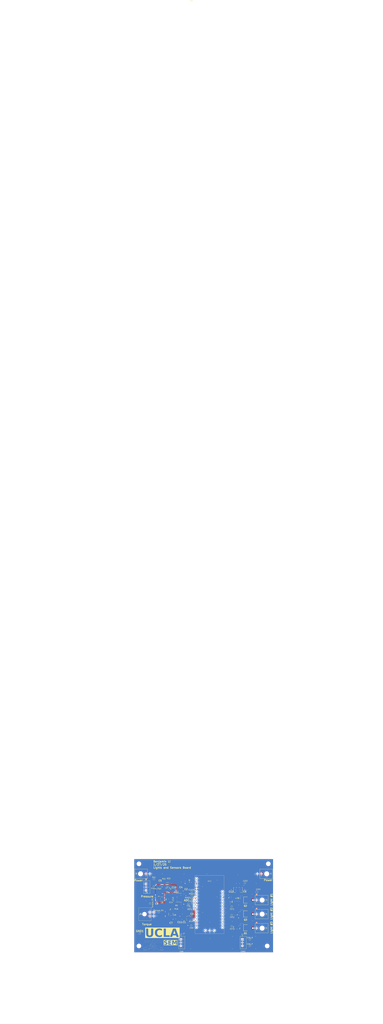
<source format=kicad_pcb>
(kicad_pcb (version 20240108) (generator "pcbnew") (generator_version "8.0")
  (layers (0 "F.Cu" signal) (31 "B.Cu" signal) (34 "B.Paste" user) (35 "F.Paste" user) (36 "B.SilkS" user "B.Silkscreen") (37 "F.SilkS" user "F.Silkscreen") (38 "B.Mask" user) (39 "F.Mask" user) (44 "Edge.Cuts" user))
  (net 0 "")
  (net 1 "GND")
  (net 2 "+3.3V")
  (net 3 "Net-(U4-CAP)")
  (net 4 "+12V")
  (net 5 "/Torque_ADC_P")
  (net 6 "+5V")
  (net 7 "/Torque_ADC_N")
  (net 8 "/Press_ADC_P")
  (net 9 "Net-(D1-Pad1)")
  (net 10 "Net-(D2-Pad1)")
  (net 11 "Net-(Q2-D_1)")
  (net 12 "/Press_P")
  (net 13 "/Torque_N")
  (net 14 "/Torque_P")
  (net 15 "Net-(Q1-D_1)")
  (net 16 "Net-(Q3-D_1)")
  (net 17 "Net-(Q1-G)")
  (net 18 "Net-(Q2-G)")
  (net 19 "Net-(Q3-G)")
  (net 20 "/D6")
  (net 21 "Net-(U9-VIN+)")
  (net 22 "/CS 1")
  (net 23 "/Test_Divider")
  (net 24 "/D9")
  (net 25 "Net-(U7-VIN-)")
  (net 26 "Net-(U8-VIN-)")
  (net 27 "Net-(U9-VIN-)")
  (net 28 "Net-(U7-VIN+)")
  (net 29 "Net-(U8-VIN+)")
  (net 30 "/SCK")
  (net 32 "/GPIO_CLKIN")
  (net 33 "/MOSI")
  (net 35 "VBAT")
  (net 36 "/D10")
  (net 37 "/SDA")
  (net 38 "/SCL")
  (net 39 "/D11")
  (net 41 "/EN")
  (net 42 "/MISO")
  (net 44 "/GPIO_RESET")
  (net 45 "/D12")
  (net 51 "/D5")
  (net 53 "/CAN_N")
  (net 54 "/CAN_P")
  (net 55 "/CS 0")
  (footprint "SMV_Passives:0603_resistors" (layer "F.Cu") (at 91.67 112 180)
    (property "Reference" "R23")
    (property "Value" "47Kohms")
  )
  (footprint "SMV_Passives:0805RESC2012X60N" (layer "F.Cu") (at 154.570298 116.9016 -90)
    (property "Reference" "R1")
    (property "Value" "10kohms, 0.125W")
  )
  (footprint "SMV_ICs:SOT-23-5_MC_MCH" (layer "F.Cu") (at 101.4 127.089999 -90)
    (property "Reference" "U9")
    (property "Value" "MCP6286T-E/OT" (hide yes))
  )
  (footprint "Molex_Microfit:CONN_SD-43045-001_02_MOL" (layer "F.Cu") (at 168.626298 127 90)
    (property "Reference" "J6")
    (property "Value" "430450200")
  )
  (footprint "SMV_Passives:WL-SMCW_0603(diode)" (layer "F.Cu") (at 148.1 117.4 -90)
    (property "Reference" "D2")
    (property "Value" "LED")
  )
  (footprint "SMV_Passives:Cap0805" (layer "F.Cu") (at 90.4 115.24 90)
    (property "Reference" "C8")
    (property "Value" "0.1 uF" (hide yes))
  )
  (footprint "TestPoint:TestPoint_Pad_D1.0mm" (layer "F.Cu") (at 115.2 118.8)
    (property "Reference" "CS1")
    (property "Value" "TestPoint" (hide yes))
  )
  (footprint "TestPoint:TestPoint_Pad_D1.0mm" (layer "F.Cu") (at 149.1 136.5)
    (property "Reference" "FET3")
    (property "Value" "TestPoint" (hide yes))
  )
  (footprint "SMV_Passives:0603_resistors" (layer "F.Cu") (at 98.2 128.389999 90)
    (property "Reference" "R25")
    (property "Value" "47kohms")
  )
  (footprint "SMV_Passives:Cap0805" (layer "F.Cu") (at 113.2 110.7 90)
    (property "Reference" "C2")
    (property "Value" "0.22 uF" (hide yes))
  )
  (footprint "TestPoint:TestPoint_Pad_D1.0mm" (layer "F.Cu") (at 163.336003 146.87901)
    (property "Reference" "TP11" (hide yes))
    (property "Value" "TestPoint" (hide yes))
  )
  (footprint "SMV_Passives:Cap0805" (layer "F.Cu") (at 101.450001 131 180)
    (property "Reference" "C7")
    (property "Value" "0.1 uF" (hide yes))
  )
  (footprint "SMV_Passives:0603_resistors" (layer "F.Cu") (at 95.17 112)
    (property "Reference" "R24")
    (property "Value" "12.1kohms, 0.125W")
  )
  (footprint "TestPoint:TestPoint_Pad_D1.0mm" (layer "F.Cu") (at 88.1 99.6)
    (property "Reference" "5V1")
    (property "Value" "TestPoint")
  )
  (footprint "SMV_Connectors:3pin_CON_22035035_MOL" (layer "F.Cu") (at 157.475002 146.8 90)
    (property "Reference" "CAN1")
    (property "Value" "Driver UI" (hide yes))
  )
  (footprint "SMV_Passives:0805RESC2012X60N" (layer "F.Cu") (at 109.4 119.089999 180)
    (property "Reference" "R6")
    (property "Value" "10k")
  )
  (footprint "TestPoint:TestPoint_Pad_D1.0mm" (layer "F.Cu") (at 116.2 121.7)
    (property "Reference" "RST1")
    (property "Value" "TestPoint" (hide yes))
  )
  (footprint "TestPoint:TestPoint_Pad_D1.0mm" (layer "F.Cu") (at 91.9 125.5)
    (property "Reference" "Torque_N1")
    (property "Value" "TestPoint" (hide yes))
  )
  (footprint "SMV_Passives:Cap0805" (layer "F.Cu") (at 148.7286 106.1 90)
    (property "Reference" "C12")
    (property "Value" "0.1uF,50V" (hide yes))
  )
  (footprint "SMV_Passives:Cap0805" (layer "F.Cu") (at 109.3 108.9 180)
    (property "Reference" "C4")
    (property "Value" "1uF,16V" (hide yes))
  )
  (footprint "MOSFET PSMN1R8-40YLC,115:PSMN1R840YLC115" (layer "F.Cu") (at 159.862 137.679999 -90)
    (property "Reference" "Q1")
    (property "Value" "PSMN1R8-40YLC,115" (hide yes))
  )
  (footprint "SMV_Passives:Cap0805" (layer "F.Cu") (at 108.5 130.4 -90)
    (property "Reference" "C11")
    (property "Value" "0.1u" (hide yes))
  )
  (footprint "TestPoint:TestPoint_Pad_D1.0mm" (layer "F.Cu") (at 77.05 142.175)
    (property "Reference" "GND1")
    (property "Value" "TestPoint")
  )
  (footprint "SMV_Passives:0805RESC2012X60N" (layer "F.Cu") (at 102.350001 122.889999 90)
    (property "Reference" "R20")
    (property "Value" "50 Ohms" (hide yes))
  )
  (footprint "TestPoint:TestPoint_Pad_D1.0mm" (layer "F.Cu") (at 149.1 121)
    (property "Reference" "FET1")
    (property "Value" "TestPoint" (hide yes))
  )
  (footprint "SMV_Passives:0805RESC2012X60N" (layer "F.Cu") (at 114.8 133.900002 -90)
    (property "Reference" "R8")
    (property "Value" "10k")
  )
  (footprint "SMV_Passives:Cap0805" (layer "F.Cu") (at 115.810299 126.4 90)
    (property "Reference" "C3")
    (property "Value" "0.1uF" (hide yes))
  )
  (footprint "SMV_Passives:WL-SMCW_0603(diode)" (layer "F.Cu") (at 115.975 101.78)
    (property "Reference" "D1")
    (property "Value" "LED")
  )
  (footprint "SMV_ICs:SOT-23-5_MC_MCH" (layer "F.Cu") (at 98.8 103.889999 180)
    (property "Reference" "U7")
    (property "Value" "MCP6286T-E/OT" (hide yes))
  )
  (footprint "SMV_Passives:RES_TNPW0402_VIS" (layer "F.Cu") (at 95.950001 100.539998 180)
    (property "Reference" "R21")
    (property "Value" "10Kohms" (hide yes))
  )
  (footprint "SMV_Passives:CAPC17595_87N_KEM" (layer "F.Cu") (at 101.450001 119.189999)
    (property "Reference" "C14")
    (property "Value" "4.7nF,16V")
  )
  (footprint "TestPoint:TestPoint_Pad_D1.0mm" (layer "F.Cu") (at 117.8 109.4)
    (property "Reference" "CLKIN1")
    (property "Value" "TestPoint" (hide yes))
  )
  (footprint "SMV_Logo:SEM_logo" (layer "F.Cu") (at 96.21 142.84)
    (property "Reference" "TP1")
    (property "Value" "TestPoint" (hide yes))
  )
  (footprint "MountingHole:MountingHole_3.2mm_M3" (layer "F.Cu") (at 76.4 87.575)
    (property "Reference" "H1" (hide yes))
    (property "Value" "MountingHole")
  )
  (footprint "TestPoint:TestPoint_Pad_D1.0mm" (layer "F.Cu") (at 117.8 118.4)
    (property "Reference" "SCK1")
    (property "Value" "TestPoint" (hide yes))
  )
  (footprint "SMV_Passives:0805RESC2012X60N" (layer "F.Cu") (at 154.2 138.614999 -90)
    (property "Reference" "R15")
    (property "Value" "10kohms, 0.125W")
  )
  (footprint "SMV_Passives:0805RESC2012X60N" (layer "F.Cu") (at 99 115.17 90)
    (property "Reference" "R19")
    (property "Value" "50 Ohms")
  )
  (footprint "SMV_ICs:DCY4_TEX" (layer "F.Cu") (at 154 108.08215 180)
    (property "Reference" "U2")
    (property "Value" "UA78M05QDCYRG4Q1" (hide yes))
  )
  (footprint "SMV_Passives:0805RESC2012X60N" (layer "F.Cu") (at 100.095199 107.639998 -90)
    (property "Reference" "R18")
    (property "Value" "50 Ohms" (hide yes))
  )
  (footprint "SMV_Connectors:4_pin0430450401" (layer "F.Cu") (at 85.036498 128.5 -90)
    (property "Reference" "J4")
    (property "Value" "Molex Micro-Fit 4 Pin" (hide yes))
  )
  (footprint "SMV_Passives:Cap0805" (layer "F.Cu") (at 159.4 106 90)
    (property "Reference" "C6")
    (property "Value" "0.47uF" (hide yes))
  )
  (footprint "TestPoint:TestPoint_Pad_D1.0mm" (layer "F.Cu") (at 159.4714 102.62215)
    (property "Reference" "12V2")
    (property "Value" "TestPoint")
  )
  (footprint "TestPoint:TestPoint_Pad_D1.0mm" (layer "F.Cu") (at 88 105.4)
    (property "Reference" "Press_Sig1")
    (property "Value" "TestPoint" (hide yes))
  )
  (footprint "Molex_Microfit:CONN_SD-43045-001_02_MOL" (layer "F.Cu") (at 81.95 95.4 -90)
    (property "Reference" "J9")
    (property "Value" "430450200" (hide yes))
  )
  (footprint "SMV_Passives:CAPC17595_87N_KEM" (layer "F.Cu") (at 101.7 115.1 90)
    (property "Reference" "C13")
    (property "Value" "4.7nF,16V")
  )
  (footprint "SMV_Passives:RES_TNPW0402_VIS" (layer "F.Cu") (at 105.7 121.589999)
    (property "Reference" "R10")
    (property "Value" "10k")
  )
  (footprint "TestPoint:TestPoint_Pad_D1.0mm" (layer "F.Cu") (at 163.336003 151.87901)
    (property "Reference" "TP10" (hide yes))
    (property "Value" "TestPoint" (hide yes))
  )
  (footprint "Molex_Microfit:CONN_SD-43045-001_02_MOL" (layer "F.Cu") (at 172.229998 95.425 90)
    (property "Reference" "J1")
    (property "Value" "430450200" (hide yes))
  )
  (footprint "SMV_Passives:0805RESC2012X60N" (layer "F.Cu") (at 152.262 127.814999 -90)
    (property "Reference" "R3")
    (property "Value" "1KΩ")
  )
  (footprint "SMV_Passives:0805RESC2012X60N" (layer "F.Cu") (at 152 138.614999 -90)
    (property "Reference" "R16")
    (property "Value" "1KΩ")
  )
  (footprint "SMV_Passives:CAPC17595_87N_KEM" (layer "F.Cu") (at 99.1452 111.135197)
    (property "Reference" "C9")
    (property "Value" "4.7nF,16V")
  )
  (footprint "SMV_Connectors:RP2040" (layer "F.Cu") (at 131.9305 117.02)
    (property "Reference" "RP2")
    (property "Value" "~")
  )
  (footprint "SMV_Passives:Cap0805" (layer "F.Cu") (at 94.540399 103.94 90)
    (property "Reference" "C5")
    (property "Value" "0.1 uF" (hide yes))
  )
  (footprint "Accelerometer ASM330LHHTR:LGA-14L_2P5X3X0P83_STM" (layer "F.Cu") (at 115.3103 130.250001 180)
    (property "Reference" "Accel1")
    (property "Value" "ASM330LHHTR" (hide yes))
  )
  (footprint "SMV_Connectors:3pin_CON_22035035_MOL" (layer "F.Cu") (at 109.250002 146.8 90)
    (property "Reference" "J7")
    (property "Value" "DAQ Board" (hide yes))
  )
  (footprint "MOSFET PSMN1R8-40YLC,115:PSMN1R840YLC115" (layer "F.Cu") (at 159.862 115.9666 -90)
    (property "Reference" "Q2")
    (property "Value" "PSMN1R8-40YLC,115" (hide yes))
  )
  (footprint "TestPoint:TestPoint_Pad_D1.5mm" (layer "F.Cu") (at 168.8 109.7 90)
    (property "Reference" "12V1")
    (property "Value" "TestPoint" (hide yes))
  )
  (footprint "SMV_Passives:RES_CRCW_0402" (layer "F.Cu") (at 99.5152 100.539998)
    (property "Reference" "R22")
    (property "Value" "10kohms, 0.125W" (hide yes))
  )
  (footprint "Molex_Microfit:CONN_SD-43045-001_02_MOL" (layer "F.Cu") (at 168.626298 138 90)
    (property "Reference" "J5")
    (property "Value" "430450200")
  )
  (footprint "SMV_Passives:0805RESC2012X60N" (layer "F.Cu") (at 112.575 101.78 180)
    (property "Reference" "R5")
    (property "Value" "150Ω")
  )
  (footprint "SMV_Passives:0805RESC2012X60N" (layer "F.Cu") (at 152.326299 116.9016 -90)
    (property "Reference" "R2")
    (property "Value" "1KΩ")
  )
  (footprint "SMV_Connectors:3pin_CON_22035035_MOL" (layer "F.Cu") (at 81.950002 103.35401 90)
    (property "Reference" "J3")
    (property "Value" "22035035" (hide yes))
  )
  (footprint "Molex_Microfit:CONN_SD-43045-001_02_MOL" (layer "F.Cu") (at 168.626298 116 90)
    (property "Reference" "J2")
    (property "Value" "430450200")
  )
  (footprint "ADC ADS131M04IPWR:PW20_TEX" (layer "F.Cu") (at 107.621 114.115)
    (property "Reference" "U4")
    (property "Value" "ADS131M04IPWR")
  )
  (footprint "TestPoint:TestPoint_Pad_D1.0mm" (layer "F.Cu") (at 149.1 127.7)
    (property "Reference" "FET2")
    (property "Value" "TestPoint" (hide yes))
  )
  (footprint "SMV_ICs:SOT-23-5_MC_MCH" (layer "F.Cu") (at 94.3 115.189999 180)
    (property "Reference" "U8")
    (property "Value" "MCP6286T-E/OT")
  )
  (footprint "SMV_Passives:0603_resistors" (layer "F.Cu") (at 98.2 124.8248 90)
    (property "Reference" "R7")
    (property "Value" "12.1kohms, 0.125W")
  )
  (footprint "SMV_Passives:Cap0805" (layer "F.Cu") (at 103.7 108.889999 180)
    (property "Reference" "C10")
    (property "Value" "1uF,16V" (hide yes))
  )
  (footprint "TestPoint:TestPoint_Pad_D1.0mm" (layer "F.Cu") (at 117.8 112.5)
    (property "Reference" "MOSI1")
    (property "Value" "TestPoint" (hide yes))
  )
  (footprint "SMV_Passives:Cap0805" (layer "F.Cu") (at 111.8 130.4 90)
    (property "Reference" "C1")
    (property "Value" "10u" (hide yes))
  )
  (footprint "SMV_Passives:0805RESC2012X60N" (layer "F.Cu") (at 154.562 127.814999 -90)
    (property "Reference" "R4")
    (property "Value" "10kohms, 0.125W")
  )
  (footprint "MountingHole:MountingHole_3.2mm_M3" (layer "F.Cu") (at 177.8 87.575)
    (property "Reference" "H2" (hide yes))
    (property "Value" "MountingHole" (hide yes))
  )
  (footprint "SMV_Passives:0805RESC2012X60N" (layer "F.Cu") (at 148.1 113.7 90)
    (property "Reference" "R11")
    (property "Value" "150Ω")
  )
  (footprint "MOSFET PSMN1R8-40YLC,115:PSMN1R840YLC115" (layer "F.Cu") (at 159.862 126.879999 -90)
    (property "Reference" "Q3")
    (property "Value" "PSMN1R8-40YLC,115" (hide yes))
  )
  (footprint "MountingHole:MountingHole_3.2mm_M3" (layer "F.Cu") (at 176.925 151.95)
    (property "Reference" "H4" (hide yes))
    (property "Value" "MountingHole" (hide yes))
  )
  (footprint "MountingHole:MountingHole_3.2mm_M3" (layer "F.Cu") (at 76.375 151.95)
    (property "Reference" "H3" (hide yes))
    (property "Value" "MountingHole" (hide yes))
  )
  (footprint "TestPoint:TestPoint_Pad_D1.0mm" (layer "F.Cu") (at 117.4 135.8)
    (property "Reference" "CS0")
    (property "Value" "TestPoint" (hide yes))
  )
  (footprint "TestPoint:TestPoint_Pad_D1.0mm" (layer "F.Cu") (at 117.8 114.8)
    (property "Reference" "MISO1")
    (property "Value" "TestPoint" (hide yes))
  )
  (footprint "TestPoint:TestPoint_Pad_D1.0mm" (layer "F.Cu") (at 85.12 118.6)
    (property "Reference" "Torque_P1")
    (property "Value" "TestPoint" (hide yes))
  )
  (footprint "SMV_Passives:RES_TNPW0402_VIS" (layer "F.Cu") (at 105.7 119.089999 180)
    (property "Reference" "R9")
    (property "Value" "10k")
  )
  (gr_poly (pts (xy 163.25 135.36) (xy 166.49 135.36) (xy 166.49 140.03) (xy 163.25 140.03)) (fill solid) (layer "F.Cu") (net 15))
  (gr_poly (pts (xy 163.16 113.63) (xy 166.4 113.63) (xy 166.4 118.3) (xy 163.16 118.3)) (fill solid) (layer "F.Cu") (net 11))
  (gr_poly (pts (xy 163.25 124.56) (xy 166.49 124.56) (xy 166.49 129.23) (xy 163.25 129.23)) (fill solid) (layer "F.Cu") (net 16))
  (gr_line (start 157.59 118.05) (end 157.59 118.15) (stroke (width 0.2)) (layer "F.Cu") (net 18))
  (gr_poly (pts (xy 153.85 123.88) (xy 157.69 123.88) (xy 157.69 127.28) (xy 153.85 127.28)) (fill solid) (layer "F.Cu") (net 1))
  (gr_poly (pts (xy 106.9 113) (xy 103.8 113) (xy 103.8 114.6) (xy 106.9 114.6)) (fill solid) (layer "F.Cu") (net 1))
  (gr_poly (pts (xy 153.86 113.72) (xy 157.7 113.72) (xy 157.7 116.42) (xy 153.86 116.42)) (fill solid) (layer "F.Cu") (net 1))
  (gr_poly (pts (xy 153.54 134.8) (xy 157.69 134.8) (xy 157.69 138.09) (xy 153.54 138.09)) (fill solid) (layer "F.Cu") (net 1))
  (gr_line (start 182 83.4) (end 72.2 83.4) (stroke (width 0.05)) (layer "Edge.Cuts"))
  (gr_line (start 182 157.4) (end 182 83.4) (stroke (width 0.05)) (layer "Edge.Cuts"))
  (gr_line (start 72.2 157.4) (end 182 157.4) (stroke (width 0.05)) (layer "Edge.Cuts"))
  (gr_line (start 72.2 83.4) (end 72.2 157.4) (stroke (width 0.05)) (layer "Edge.Cuts"))
  (gr_text "Light #3\n" (at 181.15 142.552315 90) (layer "F.SilkS") (effects (font (size 1.5 1.5) (thickness 0.3) (bold yes)) (justify left bottom)))
  (gr_text "Power\n" (at 174.15 101.25 0) (layer "F.SilkS") (effects (font (size 1.5 1.5) (thickness 0.3) (bold yes)) (justify left bottom)))
  (gr_text "Light #2\n" (at 181.15 131.552315 90) (layer "F.SilkS") (effects (font (size 1.5 1.5) (thickness 0.3) (bold yes)) (justify left bottom)))
  (gr_text "Benjamin Li\n1/27/25\nLights and Sensors Board\n" (at 87.5 91.5 0) (layer "F.SilkS") (effects (font (size 1.5 1.5) (thickness 0.3) (bold yes)) (justify left bottom)))
  (gr_text "Power\n" (at 72.5 101.475 0) (layer "F.SilkS") (effects (font (size 1.5 1.5) (thickness 0.3) (bold yes)) (justify left bottom)))
  (gr_text "Light #1\n" (at 181.15 120.552315 90) (layer "F.SilkS") (effects (font (size 1.5 1.5) (thickness 0.3) (bold yes)) (justify left bottom)))
  (gr_text "CAN" (at 109.75 156.275 0) (layer "F.SilkS") (effects (font (size 1 1))))
  (gr_text "Pressure" (at 77.775 114.05 0) (layer "F.SilkS") (effects (font (size 1.5 1.5) (thickness 0.3) (bold yes)) (justify left bottom)))
  (gr_text "Torque" (at 78.65 135.85 0) (layer "F.SilkS") (effects (font (size 1.5 1.5) (thickness 0.3) (bold yes)) (justify left bottom)))
  (gr_text "ADC" (at 111.49 117.06 0) (layer "F.SilkS") (effects (font (size 1.5 1.5) (thickness 0.3) (bold yes)) (justify left bottom)))
  (segment (start 104.7 111.840001) (end 103.640001 111.840001) (width 0.2) (layer "F.Cu") (net 1))
  (segment (start 106.289999 116.389999) (end 106.3 116.4) (width 0.2) (layer "F.Cu") (net 1))
  (segment (start 102.8 111) (end 102.8 108.889999) (width 0.2) (layer "F.Cu") (net 1))
  (segment (start 109.559999 111.840001) (end 110.542 111.840001) (width 0.2) (layer "F.Cu") (net 1))
  (segment (start 111.605 101.78) (end 109.6 101.78) (width 0.2) (layer "F.Cu") (net 1))
  (segment (start 114.810301 129.293701) (end 114.810301 128.510301) (width 0.2) (layer "F.Cu") (net 1))
  (segment (start 103.640001 111.840001) (end 102.8 111) (width 0.2) (layer "F.Cu") (net 1))
  (segment (start 115.3103 129.0103) (end 114.8 128.5) (width 0.2) (layer "F.Cu") (net 1))
  (segment (start 101.4 125.7948) (end 101.4 124.8) (width 0.2) (layer "F.Cu") (net 1))
  (segment (start 102.025 102.85) (end 100.985001 103.889999) (width 0.2) (layer "F.Cu") (net 1))
  (segment (start 108.4 108.9) (end 107.1 108.9) (width 0.2) (layer "F.Cu") (net 1))
  (segment (start 95.595199 115.189999) (end 97.389999 115.189999) (width 0.2) (layer "F.Cu") (net 1))
  (segment (start 109.2 112.2) (end 109.559999 111.840001) (width 0.2) (layer "F.Cu") (net 1))
  (segment (start 114.810301 128.510301) (end 114.8 128.5) (width 0.2) (layer "F.Cu") (net 1))
  (segment (start 106.67 123.13) (end 106.67 121.589999) (width 0.2) (layer "F.Cu") (net 1))
  (segment (start 104.7 116.389999) (end 106.289999 116.389999) (width 0.2) (layer "F.Cu") (net 1))
  (segment (start 97.389999 115.189999) (end 97.4 115.2) (width 0.2) (layer "F.Cu") (net 1))
  (segment (start 106.6 123.2) (end 106.67 123.13) (width 0.2) (layer "F.Cu") (net 1))
  (segment (start 115.3103 129.293701) (end 115.3103 129.0103) (width 0.2) (layer "F.Cu") (net 1))
  (segment (start 101.4 124.8) (end 100.4 123.8) (width 0.2) (layer "F.Cu") (net 1))
  (segment (start 100.985001 103.889999) (end 100.095199 103.889999) (width 0.2) (layer "F.Cu") (net 1))
  (via (at 155.8 114.1) (size 0.6) (drill 0.3) (layers "F.Cu" "B.Cu") (net 1))
  (via (at 137.625 113.45) (size 0.6) (drill 0.3) (layers "F.Cu" "B.Cu") (net 1))
  (via (at 157.1505 134.5) (size 0.6) (drill 0.3) (layers "F.Cu" "B.Cu") (net 1))
  (via (at 111.7 95.475) (size 0.6) (drill 0.3) (layers "F.Cu" "B.Cu") (net 1))
  (via (at 110.2 131.2) (size 0.6) (drill 0.3) (layers "F.Cu" "B.Cu") (net 1))
  (via (at 126.225 105.4) (size 0.6) (drill 0.3) (layers "F.Cu" "B.Cu") (net 1))
  (via (at 155.55 125) (size 0.6) (drill 0.3) (layers "F.Cu" "B.Cu") (net 1))
  (via (at 109.2 112.2) (size 0.6) (drill 0.3) (layers "F.Cu" "B.Cu") (net 1))
  (via (at 107.1 108.9) (size 0.6) (drill 0.3) (layers "F.Cu" "B.Cu") (net 1))
  (via (at 110.2 133.7) (size 0.6) (drill 0.3) (layers "F.Cu" "B.Cu") (net 1))
  (via (at 85.77 142.51) (size 0.6) (drill 0.3) (layers "F.Cu" "B.Cu") (net 1))
  (via (at 152.8 103) (size 0.6) (drill 0.3) (layers "F.Cu" "B.Cu") (net 1))
  (via (at 165.613 132.175) (size 0.6) (drill 0.3) (layers "F.Cu" "B.Cu") (net 1))
  (via (at 165.1 111.4) (size 0.6) (drill 0.3) (layers "F.Cu" "B.Cu") (net 1))
  (via (at 129.7 95.475) (size 0.6) (drill 0.3) (layers "F.Cu" "B.Cu") (net 1))
  (via (at 105.2 130.8) (size 0.6) (drill 0.3) (layers "F.Cu" "B.Cu") (net 1))
  (via (at 94.675 95.475) (size 0.6) (drill 0.3) (layers "F.Cu" "B.Cu") (net 1))
  (via (at 149.6 154.1) (size 0.6) (drill 0.3) (layers "F.Cu" "B.Cu") (net 1))
  (via (at 114.4 122.1) (size 0.6) (drill 0.3) (layers "F.Cu" "B.Cu") (net 1))
  (via (at 158.338 134.5) (size 0.6) (drill 0.3) (layers "F.Cu" "B.Cu") (net 1))
  (via (at 155.95 123.75) (size 0.6) (drill 0.3) (layers "F.Cu" "B.Cu") (net 1))
  (via (at 155.563 135.75) (size 0.6) (drill 0.3) (layers "F.Cu" "B.Cu") (net 1))
  (via (at 131.9305 133.4) (size 0.6) (drill 0.3) (layers "F.Cu" "B.Cu") (net 1))
  (via (at 81.925 116.575) (size 0.6) (drill 0.3) (layers "F.Cu" "B.Cu") (net 1))
  (via (at 90.575 128.55) (size 0.6) (drill 0.3) (layers "F.Cu" "B.Cu") (net 1))
  (via (at 79.825 105.85) (size 0.6) (drill 0.3) (layers "F.Cu" "B.Cu") (net 1))
  (via (at 144.4 126) (size 0.6) (drill 0.3) (layers "F.Cu" "B.Cu") (net 1))
  (via (at 155.2 103) (size 0.6) (drill 0.3) (layers "F.Cu" "B.Cu") (net 1))
  (via (at 102.025 102.85) (size 0.6) (drill 0.3) (layers "F.Cu" "B.Cu") (net 1))
  (via (at 97.4 115.2) (size 0.6) (drill 0.3) (layers "F.Cu" "B.Cu") (net 1))
  (via (at 100.4 123.8) (size 0.6) (drill 0.3) (layers "F.Cu" "B.Cu") (net 1))
  (via (at 132.03 146.19) (size 0.6) (drill 0.3) (layers "F.Cu" "B.Cu") (net 1))
  (via (at 149.6 144.4) (size 0.6) (drill 0.3) (layers "F.Cu" "B.Cu") (net 1))
  (via (at 167.9 144.4) (size 0.6) (drill 0.3) (layers "F.Cu" "B.Cu") (net 1))
  (via (at 118 128.375) (size 0.6) (drill 0.3) (layers "F.Cu" "B.Cu") (net 1))
  (via (at 146.5 112.2) (size 0.6) (drill 0.3) (layers "F.Cu" "B.Cu") (net 1))
  (via (at 155.6 109) (size 0.6) (drill 0.3) (layers "F.Cu" "B.Cu") (net 1))
  (via (at 87.95 109.625) (size 0.6) (drill 0.3) (layers "F.Cu" "B.Cu") (net 1))
  (via (at 106.306766 114.183898) (size 0.6) (drill 0.3) (layers "F.Cu" "B.Cu") (net 1))
  (via (at 149.6 132.675) (size 0.6) (drill 0.3) (layers "F.Cu" "B.Cu") (net 1))
  (via (at 154.562 125.5) (size 0.6) (drill 0.3) (layers "F.Cu" "B.Cu") (net 1))
  (via (at 155.5714 107.53215) (size 0.6) (drill 0.3) (layers "F.Cu" "B.Cu") (net 1))
  (via (at 168.3 103) (size 0.6) (drill 0.3) (layers "F.Cu" "B.Cu") (net 1))
  (via (at 137.625 100.4) (size 0.6) (drill 0.3) (layers "F.Cu" "B.Cu") (net 1))
  (via (at 154 96.2) (size 0.6) (drill 0.3) (layers "F.Cu" "B.Cu") (net 1))
  (via (at 143.7 118.1) (size 0.6) (drill 0.3) (layers "F.Cu" "B.Cu") (net 1))
  (via (at 154.575 136.25) (size 0.6) (drill 0.3) (layers "F.Cu" "B.Cu") (net 1))
  (via (at 106.299198 113.192431) (size 0.6) (drill 0.3) (layers "F.Cu" "B.Cu") (net 1))
  (via (at 152.3964 107.53215) (size 0.6) (drill 0.3) (layers "F.Cu" "B.Cu") (net 1))
  (via (at 159.4 108.275) (size 0.6) (drill 0.3) (layers "F.Cu" "B.Cu") (net 1))
  (via (at 117 154.1) (size 0.6) (drill 0.3) (layers "F.Cu" "B.Cu") (net 1))
  (via (at 144.4 122.55) (size 0.6) (drill 0.3) (layers "F.Cu" "B.Cu") (net 1))
  (via (at 110.6 122.1) (size 0.6) (drill 0.3) (layers "F.Cu" "B.Cu") (net 1))
  (via (at 106.6 123.2) (size 0.6) (drill 0.3) (layers "F.Cu" "B.Cu") (net 1))
  (via (at 167.9 154.1) (size 0.6) (drill 0.3) (layers "F.Cu" "B.Cu") (net 1))
  (via (at 102.8 111) (size 0.6) (drill 0.3) (layers "F.Cu" "B.Cu") (net 1))
  (via (at 84.5 154.1) (size 0.6) (drill 0.3) (layers "F.Cu" "B.Cu") (net 1))
  (via (at 157.2 112.8) (size 0.6) (drill 0.3) (layers "F.Cu" "B.Cu") (net 1))
  (via (at 155.963 134.5) (size 0.6) (drill 0.3) (layers "F.Cu" "B.Cu") (net 1))
  (via (at 157.9 108.275) (size 0.6) (drill 0.3) (layers "F.Cu" "B.Cu") (net 1))
  (via (at 106.3 116.4) (size 0.6) (drill 0.3) (layers "F.Cu" "B.Cu") (net 1))
  (via (at 126.225 125.65) (size 0.6) (drill 0.3) (layers "F.Cu" "B.Cu") (net 1))
  (via (at 155.9 112.8) (size 0.6) (drill 0.3) (layers "F.Cu" "B.Cu") (net 1))
  (via (at 154.5 114.9) (size 0.6) (drill 0.3) (layers "F.Cu" "B.Cu") (net 1))
  (via (at 88.5 114.2) (size 0.6) (drill 0.3) (layers "F.Cu" "B.Cu") (net 1))
  (via (at 148.7 109.65) (size 0.6) (drill 0.3) (layers "F.Cu" "B.Cu") (net 1))
  (via (at 114.8 128.5) (size 0.6) (drill 0.3) (layers "F.Cu" "B.Cu") (net 1))
  (via (at 109.6 101.78) (size 0.6) (drill 0.3) (layers "F.Cu" "B.Cu") (net 1))
  (via (at 110.5 126.9) (size 0.6) (drill 0.3) (layers "F.Cu" "B.Cu") (net 1))
  (via (at 157.1375 123.75) (size 0.6) (drill 0.3) (layers "F.Cu" "B.Cu") (net 1))
  (via (at 83.925 105.85) (size 0.6) (drill 0.3) (layers "F.Cu" "B.Cu") (net 1))
  (via (at 167 96.2) (size 0.6) (drill 0.3) (layers "F.Cu" "B.Cu") (net 1))
  (via (at 118 124.8) (size 0.6) (drill 0.3) (layers "F.Cu" "B.Cu") (net 1))
  (via (at 154.513 130.5) (size 0.6) (drill 0.3) (layers "F.Cu" "B.Cu") (net 1))
  (via (at 152.3964 108.93215) (size 0.6) (drill 0.3) (layers "F.Cu" "B.Cu") (net 1))
  (via (at 158.325 123.75) (size 0.6) (drill 0.3) (layers "F.Cu" "B.Cu") (net 1))
  (via (at 109.6 142.1) (size 0.6) (drill 0.3) (layers "F.Cu" "B.Cu") (net 1))
  (via (at 149.6 129.225) (size 0.6) (drill 0.3) (layers "F.Cu" "B.Cu") (net 1))
  (via (at 154.5 119.75) (size 0.6) (drill 0.3) (layers "F.Cu" "B.Cu") (net 1))
  (via (at 155.8 114.9) (size 0.6) (drill 0.3) (layers "F.Cu" "B.Cu") (net 1))
  (via (at 165.6 121.425) (size 0.6) (drill 0.3) (layers "F.Cu" "B.Cu") (net 1))
  (via (at 149.7 116.5) (size 0.6) (drill 0.3) (layers "F.Cu" "B.Cu") (net 1))
  (via (at 160.9 108.275) (size 0.6) (drill 0.3) (layers "F.Cu" "B.Cu") (net 1))
  (segment (start 104.6 108.889999) (end 104.6 107.6) (width 0.2) (layer "F.Cu") (net 2))
  (segment (start 108.43 111.57) (end 108.05 111.19) (width 0.5) (layer "F.Cu") (net 2))
  (segment (start 117.084657 130.000001) (end 116.5206 130.000001) (width 0.2) (layer "F.Cu") (net 2))
  (segment (start 110.2025 108.7775) (end 110.2 108.7775) (width 0.5) (layer "F.Cu") (net 2))
  (segment (start 102.350001 131) (end 106.220003 134.870002) (width 0.5) (layer "F.Cu") (net 2))
  (segment (start 103.850001 129.5) (end 102.350001 131) (width 0.5) (layer "F.Cu") (net 2))
  (segment (start 108.5 129.5) (end 103.850001 129.5) (width 0.5) (layer "F.Cu") (net 2))
  (segment (start 106.220003 134.870002) (end 114.8 134.870002) (width 0.5) (layer "F.Cu") (net 2))
  (segment (start 121.5165 101.78) (end 121.5165 104.32) (width 0.5) (layer "F.Cu") (net 2))
  (segment (start 110.2 108.7775) (end 110.2 108.9) (width 1) (layer "F.Cu") (net 2))
  (segment (start 116.5206 130.500001) (end 116.5206 130.000001) (width 0.2) (layer "F.Cu") (net 2))
  (segment (start 110.2 110.848002) (end 110.542 111.190002) (width 0.5) (layer "F.Cu") (net 2))
  (segment (start 117.10889 128.598591) (end 117.10889 129.975768) (width 0.2) (layer "F.Cu") (net 2))
  (segment (start 108.43 119.089999) (end 108.602367 119.262366) (width 0.5) (layer "F.Cu") (net 2))
  (segment (start 108.43 111.57) (end 108.43 119.089999) (width 0.5) (layer "F.Cu") (net 2))
  (segment (start 115.810299 129.293701) (end 115.810299 127.3) (width 0.2) (layer "F.Cu") (net 2))
  (segment (start 110.542 111.190002) (end 108.809998 111.190002) (width 0.5) (layer "F.Cu") (net 2))
  (segment (start 121.5165 101.78) (end 116.775 101.78) (width 0.5) (layer "F.Cu") (net 2))
  (segment (start 90.4 116.14) (end 90.4 117.2) (width 0.2) (layer "F.Cu") (net 2))
  (segment (start 90.4 116.14) (end 93.004801 116.14) (width 0.2) (layer "F.Cu") (net 2))
  (segment (start 108.5 129.5) (end 111.8 129.5) (width 0.2) (layer "F.Cu") (net 2))
  (segment (start 102.350001 131) (end 102.350001 128.385198) (width 0.5) (layer "F.Cu") (net 2))
  (segment (start 104.7 111.19) (end 104.7 108.989999) (width 0.35) (layer "F.Cu") (net 2))
  (segment (start 110.2 108.9) (end 110.2 110.848002) (width 0.5) (layer "F.Cu") (net 2))
  (segment (start 108.43 119.089999) (end 106.67 119.089999) (width 0.5) (layer "F.Cu") (net 2))
  (segment (start 108.809998 111.190002) (end 108.43 111.57) (width 0.5) (layer "F.Cu") (net 2))
  (segment (start 104.7 108.989999) (end 104.6 108.889999) (width 0.2) (layer "F.Cu") (net 2))
  (segment (start 108.602367 124.6) (end 108.602367 129.397633) (width 0.5) (layer "F.Cu") (net 2))
  (segment (start 116.775 102.2025) (end 110.2 108.7775) (width 0.5) (layer "F.Cu") (net 2))
  (segment (start 108.05 111.19) (end 104.7 111.19) (width 0.5) (layer "F.Cu") (net 2))
  (segment (start 115.810299 127.3) (end 114 127.3) (width 0.5) (layer "F.Cu") (net 2))
  (segment (start 115.810299 127.3) (end 117.10889 128.598591) (width 0.2) (layer "F.Cu") (net 2))
  (segment (start 94.540399 104.84) (end 92.94 104.84) (width 0.2) (layer "F.Cu") (net 2))
  (segment (start 108.602367 129.397633) (end 108.5 129.5) (width 0.5) (layer "F.Cu") (net 2))
  (segment (start 117.10889 129.975768) (end 117.084657 130.000001) (width 0.2) (layer "F.Cu") (net 2))
  (segment (start 116.775 101.78) (end 116.775 102.2025) (width 0.5) (layer "F.Cu") (net 2))
  (segment (start 94.540399 104.84) (end 97.504801 104.84) (width 0.2) (layer "F.Cu") (net 2))
  (segment (start 114 127.3) (end 111.8 129.5) (width 0.5) (layer "F.Cu") (net 2))
  (segment (start 92.94 104.84) (end 92.9 104.8) (width 0.2) (layer "F.Cu") (net 2))
  (segment (start 114.1 129.5) (end 111.8 129.5) (width 0.2) (layer "F.Cu") (net 2))
  (segment (start 108.602367 119.262366) (end 108.602367 124.6) (width 0.5) (layer "F.Cu") (net 2))
  (via (at 104.6 107.6) (size 0.6) (drill 0.3) (layers "F.Cu" "B.Cu") (net 2))
  (via (at 90.4 117.2) (size 0.6) (drill 0.3) (layers "F.Cu" "B.Cu") (net 2))
  (via (at 92.9 104.8) (size 0.6) (drill 0.3) (layers "F.Cu" "B.Cu") (net 2))
  (segment (start 110.566998 112.515) (end 110.542 112.490002) (width 0.2) (layer "F.Cu") (net 3))
  (segment (start 110.542 112.490002) (end 112.309998 112.490002) (width 0.2) (layer "F.Cu") (net 3))
  (segment (start 112.309998 112.490002) (end 113.2 111.6) (width 0.2) (layer "F.Cu") (net 3))
  (segment (start 159.57785 102.62215) (end 159.4714 102.62215) (width 0.5) (layer "F.Cu") (net 4))
  (segment (start 159.4714 105.0286) (end 159.4 105.1) (width 0.5) (layer "F.Cu") (net 4))
  (segment (start 169.679998 97.975) (end 164.225 97.975) (width 0.5) (layer "F.Cu") (net 4))
  (segment (start 156.4471 105.1) (end 156.3114 104.9643) (width 0.5) (layer "F.Cu") (net 4))
  (segment (start 164.225 97.975) (end 159.57785 102.62215) (width 0.5) (layer "F.Cu") (net 4))
  (segment (start 159.4714 102.62215) (end 159.4714 105.0286) (width 0.5) (layer "F.Cu") (net 4))
  (segment (start 159.4 105.1) (end 156.4471 105.1) (width 0.5) (layer "F.Cu") (net 4))
  (segment (start 172.229998 95.425) (end 169.679998 97.975) (width 0.5) (layer "F.Cu") (net 4))
  (segment (start 102.589999 115.089999) (end 104.7 115.089999) (width 0.2) (layer "F.Cu") (net 5))
  (segment (start 99 114.2) (end 101.7 114.2) (width 0.2) (layer "F.Cu") (net 5))
  (segment (start 101.7 114.2) (end 102.589999 115.089999) (width 0.2) (layer "F.Cu") (net 5))
  (segment (start 88.1 99.6) (end 84.34599 103.35401) (width 0.5) (layer "F.Cu") (net 6))
  (segment (start 141.92 114.48) (end 141.9 114.48) (width 0.5) (layer "F.Cu") (net 6))
  (segment (start 151.4529 105.2) (end 151.6886 104.9643) (width 0.5) (layer "F.Cu") (net 6))
  (segment (start 139.8286 97.6) (end 90.1 97.6) (width 0.5) (layer "F.Cu") (net 6))
  (segment (start 147.4286 105.2) (end 147.2 105.2) (width 0.5) (layer "F.Cu") (net 6))
  (segment (start 146 106.4) (end 146 110.4) (width 0.5) (layer "F.Cu") (net 6))
  (segment (start 148.7286 105.2) (end 147.4286 105.2) (width 0.5) (layer "F.Cu") (net 6))
  (segment (start 147.2 105.2) (end 146 106.4) (width 0.5) (layer "F.Cu") (net 6))
  (segment (start 148.7286 105.2) (end 151.4529 105.2) (width 0.5) (layer "F.Cu") (net 6))
  (segment (start 146 110.4) (end 141.92 114.48) (width 0.5) (layer "F.Cu") (net 6))
  (segment (start 147.4286 105.2) (end 139.8286 97.6) (width 0.5) (layer "F.Cu") (net 6))
  (segment (start 90.1 97.6) (end 88.1 99.6) (width 0.5) (layer "F.Cu") (net 6))
  (segment (start 84.34599 103.35401) (end 81.950002 103.35401) (width 0.5) (layer "F.Cu") (net 6))
  (segment (start 102.350001 119.189999) (end 102.549999 119.189999) (width 0.2) (layer "F.Cu") (net 7))
  (segment (start 103.960002 115.739998) (end 104.7 115.739998) (width 0.2) (layer "F.Cu") (net 7))
  (segment (start 102.350001 119.189999) (end 102.350001 117.349999) (width 0.2) (layer "F.Cu") (net 7))
  (segment (start 102.350001 119.189999) (end 102.350001 121.919999) (width 0.2) (layer "F.Cu") (net 7))
  (segment (start 102.350001 117.349999) (end 103.960002 115.739998) (width 0.2) (layer "F.Cu") (net 7))
  (segment (start 101.400002 112.489999) (end 104.7 112.489999) (width 0.2) (layer "F.Cu") (net 8))
  (segment (start 100.095199 111.085198) (end 100.0452 111.135197) (width 0.2) (layer "F.Cu") (net 8))
  (segment (start 100.095199 108.609998) (end 100.095199 111.085198) (width 0.2) (layer "F.Cu") (net 8))
  (segment (start 100.0452 111.135197) (end 101.400002 112.489999) (width 0.2) (layer "F.Cu") (net 8))
  (segment (start 115.175 101.78) (end 113.625 101.78) (width 0.2) (layer "F.Cu") (net 9))
  (segment (start 113.625 101.74) (end 113.545 101.82) (width 0.2) (layer "F.Cu") (net 9))
  (segment (start 148.1 116.6) (end 148.1 114.67) (width 0.2) (layer "F.Cu") (net 10))
  (segment (start 165.592899 115.9666) (end 165.626299 116) (width 0.2) (layer "F.Cu") (net 11))
  (segment (start 160.3 115.9666) (end 162.599 115.9666) (width 0.2) (layer "F.Cu") (net 11))
  (segment (start 85.04599 108.35401) (end 92.860002 100.539998) (width 0.2) (layer "F.Cu") (net 12))
  (segment (start 92.860002 100.539998) (end 95.403901 100.539998) (width 0.2) (layer "F.Cu") (net 12))
  (segment (start 81.950002 108.35401) (end 85.04599 108.35401) (width 0.2) (layer "F.Cu") (net 12))
  (segment (start 92.9 125.5) (end 96.759999 129.359999) (width 0.2) (layer "F.Cu") (net 13))
  (segment (start 96.759999 129.359999) (end 98.2 129.359999) (width 0.2) (layer "F.Cu") (net 13))
  (segment (start 91.9 125.5) (end 92.9 125.5) (width 0.2) (layer "F.Cu") (net 13))
  (segment (start 88.036498 125.5) (end 91.9 125.5) (width 0.2) (layer "F.Cu") (net 13))
  (segment (start 85.036498 118.683502) (end 85.12 118.6) (width 0.2) (layer "F.Cu") (net 14))
  (segment (start 88.2 112) (end 90.7 112) (width 0.2) (layer "F.Cu") (net 14))
  (segment (start 85.12 118.6) (end 85.12 115.08) (width 0.2) (layer "F.Cu") (net 14))
  (segment (start 85.12 115.08) (end 88.2 112) (width 0.2) (layer "F.Cu") (net 14))
  (segment (start 85.036498 125.5) (end 85.036498 118.683502) (width 0.2) (layer "F.Cu") (net 14))
  (segment (start 162.599 137.679999) (end 165.306298 137.679999) (width 0.2) (layer "F.Cu") (net 15))
  (segment (start 160.3 137.679999) (end 162.599 137.679999) (width 0.2) (layer "F.Cu") (net 15))
  (segment (start 165.306298 137.679999) (end 165.626299 138) (width 0.2) (layer "F.Cu") (net 15))
  (segment (start 160.3 126.879999) (end 162.599 126.879999) (width 0.2) (layer "F.Cu") (net 16))
  (segment (start 162.599 126.879999) (end 165.506298 126.879999) (width 0.2) (layer "F.Cu") (net 16))
  (segment (start 165.506298 126.879999) (end 165.626299 127) (width 0.2) (layer "F.Cu") (net 16))
  (segment (start 157.125 139.584999) (end 154.6797 139.584999) (width 0.2) (layer "F.Cu") (net 17))
  (segment (start 154.2 139.584999) (end 152 139.584999) (width 0.2) (layer "F.Cu") (net 17))
  (segment (start 154.570298 117.8716) (end 152.326299 117.8716) (width 0.2) (layer "F.Cu") (net 18))
  (segment (start 157.125 117.8716) (end 154.570298 117.8716) (width 0.2) (layer "F.Cu") (net 18))
  (segment (start 157.125 128.784999) (end 154.562 128.784999) (width 0.2) (layer "F.Cu") (net 19))
  (segment (start 154.562 128.784999) (end 152.262 128.784999) (width 0.2) (layer "F.Cu") (net 19))
  (segment (start 149.955001 126.844999) (end 149.1 127.7) (width 0.2) (layer "F.Cu") (net 20))
  (segment (start 152.262 126.844999) (end 149.955001 126.844999) (width 0.2) (layer "F.Cu") (net 20))
  (segment (start 143.92 127.7) (end 141.9 129.72) (width 0.2) (layer "F.Cu") (net 20))
  (segment (start 149.1 127.7) (end 143.92 127.7) (width 0.2) (layer "F.Cu") (net 20))
  (segment (start 98.2 125.7948) (end 98.2 127.419999) (width 0.2) (layer "F.Cu") (net 21))
  (segment (start 100.449999 125.7948) (end 98.2 125.7948) (width 0.2) (layer "F.Cu") (net 21))
  (segment (start 121.5165 122.1) (end 118.540001 122.1) (width 0.2) (layer "F.Cu") (net 22))
  (segment (start 109.4 116.6676) (end 109.4 118.119999) (width 0.2) (layer "F.Cu") (net 22))
  (segment (start 110.542 116.390002) (end 112.830003 116.390002) (width 0.2) (layer "F.Cu") (net 22))
  (segment (start 110.542 116.390002) (end 109.677598 116.390002) (width 0.2) (layer "F.Cu") (net 22))
  (segment (start 112.830003 116.390002) (end 118.540001 122.1) (width 0.2) (layer "F.Cu") (net 22))
  (segment (start 109.677598 116.390002) (end 109.4 116.6676) (width 0.2) (layer "F.Cu") (net 22))
  (segment (start 109.4 118.119999) (end 110.37 119.089999) (width 0.2) (layer "F.Cu") (net 22))
  (segment (start 110.542003 116.389999) (end 110.542 116.390002) (width 0.2) (layer "F.Cu") (net 22))
  (segment (start 105.1539 121.589999) (end 105.1539 119.089999) (width 0.2) (layer "F.Cu") (net 23))
  (segment (start 105.1539 119.089999) (end 104.7 118.636099) (width 0.2) (layer "F.Cu") (net 23))
  (segment (start 104.7 118.636099) (end 104.7 117.039998) (width 0.2) (layer "F.Cu") (net 23))
  (segment (start 100.095199 106.669998) (end 100.095199 104.84) (width 0.2) (layer "F.Cu") (net 25))
  (segment (start 99.404803 104.84) (end 100.095199 104.84) (width 0.2) (layer "F.Cu") (net 25))
  (segment (start 97.504801 102.939998) (end 99.404803 104.84) (width 0.2) (layer "F.Cu") (net 25))
  (segment (start 94.904803 116.14) (end 95.595199 116.14) (width 0.2) (layer "F.Cu") (net 26))
  (segment (start 95.595199 116.14) (end 99 116.14) (width 0.2) (layer "F.Cu") (net 26))
  (segment (start 93.004801 114.239998) (end 94.904803 116.14) (width 0.2) (layer "F.Cu") (net 26))
  (segment (start 100.449999 128.385198) (end 102.350001 126.485196) (width 0.2) (layer "F.Cu") (net 27))
  (segment (start 102.350001 126.485196) (end 102.350001 125.7948) (width 0.2) (layer "F.Cu") (net 27))
  (segment (start 102.350001 123.859999) (end 102.350001 125.7948) (width 0.2) (layer "F.Cu") (net 27))
  (segment (start 99.0453 101.890099) (end 100.095199 102.939998) (width 0.2) (layer "F.Cu") (net 28))
  (segment (start 96.496101 100.539998) (end 99.0453 100.539998) (width 0.2) (layer "F.Cu") (net 28))
  (segment (start 99.0453 100.539998) (end 99.0453 101.890099) (width 0.2) (layer "F.Cu") (net 28))
  (segment (start 95.595199 113.395199) (end 94.2 112) (width 0.2) (layer "F.Cu") (net 29))
  (segment (start 92.64 112) (end 94.2 112) (width 0.2) (layer "F.Cu") (net 29))
  (segment (start 95.595199 114.239998) (end 95.595199 113.395199) (width 0.2) (layer "F.Cu") (net 29))
  (segment (start 123.2 122.9565) (end 121.5165 124.64) (width 0.2) (layer "F.Cu") (net 30))
  (segment (start 121.99 118.29) (end 123.2 119.5) (width 0.2) (layer "F.Cu") (net 30))
  (segment (start 123.4 132.4) (end 123.4 126.5235) (width 0.2) (layer "F.Cu") (net 30))
  (segment (start 123.2 119.5) (end 123.2 122.9565) (width 0.2) (layer "F.Cu") (net 30))
  (segment (start 110.542 115.090002) (end 114.490002 115.090002) (width 0.2) (layer "F.Cu") (net 30))
  (segment (start 115.3103 131.206301) (end 115.3103 131.77036) (width 0.2) (layer "F.Cu") (net 30))
  (segment (start 120.86 124.64) (end 121.5165 124.64) (width 0.2) (layer "F.Cu") (net 30))
  (segment (start 123.4 126.5235) (end 121.5165 124.64) (width 0.2) (layer "F.Cu") (net 30))
  (segment (start 117.8 118.4) (end 117.91 118.29) (width 0.2) (layer "F.Cu") (net 30))
  (segment (start 115.3103 131.77036) (end 117.13994 133.6) (width 0.2) (layer "F.Cu") (net 30))
  (segment (start 114.490002 115.090002) (end 117.8 118.4) (width 0.2) (layer "F.Cu") (net 30))
  (segment (start 122.2 133.6) (end 123.4 132.4) (width 0.2) (layer "F.Cu") (net 30))
  (segment (start 117.91 118.29) (end 121.99 118.29) (width 0.2) (layer "F.Cu") (net 30))
  (segment (start 117.13994 133.6) (end 122.2 133.6) (width 0.2) (layer "F.Cu") (net 30))
  (segment (start 117.8 110.3) (end 117.8 109.4) (width 0.2) (layer "F.Cu") (net 32))
  (segment (start 117.8 109.4) (end 121.5165 109.4) (width 0.2) (layer "F.Cu") (net 32))
  (segment (start 114.959999 113.140001) (end 117.8 110.3) (width 0.2) (layer "F.Cu") (net 32))
  (segment (start 110.542 113.140001) (end 114.959999 113.140001) (width 0.2) (layer "F.Cu") (net 32))
  (segment (start 119.2 131.600002) (end 116.204 131.600002) (width 0.2) (layer "F.Cu") (net 33))
  (segment (start 116.204 131.600002) (end 115.810299 131.206301) (width 0.2) (layer "F.Cu") (net 33))
  (segment (start 116.509998 113.790002) (end 117.8 112.5) (width 0.2) (layer "F.Cu") (net 33))
  (segment (start 110.542 113.790002) (end 116.509998 113.790002) (width 0.2) (layer "F.Cu") (net 33))
  (segment (start 118 112.5) (end 118.56 111.94) (width 0.2) (layer "F.Cu") (net 33))
  (segment (start 118.56 111.94) (end 121.5165 111.94) (width 0.2) (layer "F.Cu") (net 33))
  (segment (start 117.8 112.5) (end 118 112.5) (width 0.2) (layer "F.Cu") (net 33))
  (via (at 119.2 131.600002) (size 0.6) (drill 0.3) (layers "F.Cu" "B.Cu") (net 33))
  (segment (start 119.2 131.600002) (end 119.2 114.2565) (width 0.2) (layer "B.Cu") (net 33))
  (segment (start 119.2 114.2565) (end 121.5165 111.94) (width 0.2) (layer "B.Cu") (net 33))
  (segment (start 142.8 121.2) (end 141.9 122.1) (width 0.2) (layer "F.Cu") (net 39))
  (segment (start 148.9 121.2) (end 142.8 121.2) (width 0.2) (layer "F.Cu") (net 39))
  (segment (start 149.1 121) (end 148.9 121.2) (width 0.2) (layer "F.Cu") (net 39))
  (segment (start 149.1 119.157899) (end 149.1 121) (width 0.2) (layer "F.Cu") (net 39))
  (segment (start 152.326299 115.9316) (end 149.1 119.157899) (width 0.2) (layer "F.Cu") (net 39))
  (segment (start 118.12 114.48) (end 117.8 114.8) (width 0.2) (layer "F.Cu") (net 42))
  (segment (start 117.8 114.8) (end 117.6 114.8) (width 0.2) (layer "F.Cu") (net 42))
  (segment (start 110.581999 114.48) (end 110.542 114.440001) (width 0.2) (layer "F.Cu") (net 42))
  (segment (start 117.240001 114.440001) (end 110.542 114.440001) (width 0.2) (layer "F.Cu") (net 42))
  (segment (start 119.869998 131.000002) (end 116.5206 131.000002) (width 0.2) (layer "F.Cu") (net 42))
  (segment (start 121.5165 114.48) (end 118.12 114.48) (width 0.2) (layer "F.Cu") (net 42))
  (segment (start 117.6 114.8) (end 117.240001 114.440001) (width 0.2) (layer "F.Cu") (net 42))
  (via (at 119.869998 131.000002) (size 0.6) (drill 0.3) (layers "F.Cu" "B.Cu") (net 42))
  (segment (start 119.869998 116.126502) (end 121.5165 114.48) (width 0.2) (layer "B.Cu") (net 42))
  (segment (start 119.869998 131.000002) (end 119.869998 116.126502) (width 0.2) (layer "B.Cu") (net 42))
  (segment (start 116.2 121.7) (end 117.9 123.4) (width 0.2) (layer "F.Cu") (net 44))
  (segment (start 111.54 117.04) (end 116.2 121.7) (width 0.2) (layer "F.Cu") (net 44))
  (segment (start 122.8 122.6) (end 122.8 120.8435) (width 0.2) (layer "F.Cu") (net 44))
  (segment (start 110.542 117.04) (end 111.54 117.04) (width 0.2) (layer "F.Cu") (net 44))
  (segment (start 117.9 123.4) (end 122 123.4) (width 0.2) (layer "F.Cu") (net 44))
  (segment (start 122 123.4) (end 122.8 122.6) (width 0.2) (layer "F.Cu") (net 44))
  (segment (start 122.8 120.8435) (end 121.5165 119.56) (width 0.2) (layer "F.Cu") (net 44))
  (segment (start 146.74 119.56) (end 148.1 118.2) (width 0.2) (layer "F.Cu") (net 45))
  (segment (start 141.9 119.56) (end 146.74 119.56) (width 0.2) (layer "F.Cu") (net 45))
  (segment (start 152.4797 137.644999) (end 150.244999 137.644999) (width 0.2) (layer "F.Cu") (net 51))
  (segment (start 146.14 136.5) (end 141.9 132.26) (width 0.2) (layer "F.Cu") (net 51))
  (segment (start 150.244999 137.644999) (end 149.1 136.5) (width 0.2) (layer "F.Cu") (net 51))
  (segment (start 149.1 136.5) (end 146.14 136.5) (width 0.2) (layer "F.Cu") (net 51))
  (segment (start 145.231219 149.074999) (end 144.613384 149.074999) (width 0.2) (layer "F.Cu") (net 53))
  (segment (start 127.5318 138.35) (end 133.9005 138.35) (width 0.2) (layer "F.Cu") (net 53))
  (segment (start 152.320003 148.150709) (end 152.200003 148.150709) (width 0.2) (layer "F.Cu") (net 53))
  (segment (start 149.200003 149.074999) (end 145.231219 149.074999) (width 0.2) (layer "F.Cu") (net 53))
  (segment (start 150.760003 148.390709) (end 150.760003 148.834999) (width 0.2) (layer "F.Cu") (net 53))
  (segment (start 154.360003 148.390709) (end 154.360003 148.834999) (width 0.2) (layer "F.Cu") (net 53))
  (segment (start 154.960003 148.834999) (end 154.960003 148.390709) (width 0.2) (layer "F.Cu") (net 53))
  (segment (start 152.560003 148.834999) (end 152.560003 148.390709) (width 0.2) (layer "F.Cu") (net 53))
  (segment (start 151.120003 148.150709) (end 151.000003 148.150709) (width 0.2) (layer "F.Cu") (net 53))
  (segment (start 163.336003 146.87901) (end 157.575002 146.87901) (width 0.2) (layer "F.Cu") (net 53))
  (segment (start 151.960003 148.390709) (end 151.960003 148.834999) (width 0.2) (layer "F.Cu") (net 53))
  (segment (start 109.250002 146.8) (end 111.525001 149.074999) (width 0.2) (layer "F.Cu") (net 53))
  (segment (start 150.520003 149.074999) (end 150.400003 149.074999) (width 0.2) (layer "F.Cu") (net 53))
  (segment (start 157.475002 146.8) (end 155.200003 149.074999) (width 0.2) (layer "F.Cu") (net 53))
  (segment (start 149.320003 149.074999) (end 149.200003 149.074999) (width 0.2) (layer "F.Cu") (net 53))
  (segment (start 135.4305 139.892115) (end 135.4305 139.88) (width 0.2) (layer "F.Cu") (net 53))
  (segment (start 149.920003 148.150684) (end 149.800003 148.150684) (width 0.2) (layer "F.Cu") (net 53))
  (segment (start 144.613384 149.074999) (end 135.4305 139.892115) (width 0.2) (layer "F.Cu") (net 53))
  (segment (start 149.560003 148.390684) (end 149.560003 148.834999) (width 0.2) (layer "F.Cu") (net 53))
  (segment (start 153.760003 148.834999) (end 153.760003 148.390709) (width 0.2) (layer "F.Cu") (net 53))
  (segment (start 152.920003 149.074999) (end 152.800003 149.074999) (width 0.2) (layer "F.Cu") (net 53))
  (segment (start 151.360003 148.834999) (end 151.360003 148.390709) (width 0.2) (layer "F.Cu") (net 53))
  (segment (start 111.525001 149.074999) (end 116.806801 149.074999) (width 0.2) (layer "F.Cu") (net 53))
  (segment (start 151.720003 149.074999) (end 151.600003 149.074999) (width 0.2) (layer "F.Cu") (net 53))
  (segment (start 154.720003 148.150709) (end 154.600003 148.150709) (width 0.2) (layer "F.Cu") (net 53))
  (segment (start 153.160003 148.390709) (end 153.160003 148.834999) (width 0.2) (layer "F.Cu") (net 53))
  (segment (start 157.575002 146.87901) (end 157.475002 146.77901) (width 0.2) (layer "F.Cu") (net 53))
  (segment (start 133.9005 138.35) (end 135.4305 139.88) (width 0.2) (layer "F.Cu") (net 53))
  (segment (start 154.120003 149.074999) (end 154.000003 149.074999) (width 0.2) (layer "F.Cu") (net 53))
  (segment (start 153.520003 148.150709) (end 153.400003 148.150709) (width 0.2) (layer "F.Cu") (net 53))
  (segment (start 150.160003 148.834999) (end 150.160003 148.390684) (width 0.2) (layer "F.Cu") (net 53))
  (segment (start 116.806801 149.074999) (end 127.5318 138.35) (width 0.2) (layer "F.Cu") (net 53))
  (arc (start 150.160003 148.390684) (mid 150.089709 148.220978) (end 149.920003 148.150684) (width 0.2) (layer "F.Cu") (net 53))
  (arc (start 153.760003 148.390709) (mid 153.689709 148.221003) (end 153.520003 148.150709) (width 0.2) (layer "F.Cu") (net 53))
  (arc (start 149.560003 148.834999) (mid 149.489709 149.004705) (end 149.320003 149.074999) (width 0.2) (layer "F.Cu") (net 53))
  (arc (start 151.360003 148.390709) (mid 151.289709 148.221003) (end 151.120003 148.150709) (width 0.2) (layer "F.Cu") (net 53))
  (arc (start 153.160003 148.834999) (mid 153.089709 149.004705) (end 152.920003 149.074999) (width 0.2) (layer "F.Cu") (net 53))
  (arc (start 152.800003 149.074999) (mid 152.630297 149.004705) (end 152.560003 148.834999) (width 0.2) (layer "F.Cu") (net 53))
  (arc (start 154.600003 148.150709) (mid 154.430297 148.221003) (end 154.360003 148.390709) (width 0.2) (layer "F.Cu") (net 53))
  (arc (start 151.600003 149.074999) (mid 151.430297 149.004705) (end 151.360003 148.834999) (width 0.2) (layer "F.Cu") (net 53))
  (arc (start 154.000003 149.074999) (mid 153.830297 149.004705) (end 153.760003 148.834999) (width 0.2) (layer "F.Cu") (net 53))
  (arc (start 150.760003 148.834999) (mid 150.689709 149.004705) (end 150.520003 149.074999) (width 0.2) (layer "F.Cu") (net 53))
  (arc (start 151.960003 148.834999) (mid 151.889709 149.004705) (end 151.720003 149.074999) (width 0.2) (layer "F.Cu") (net 53))
  (arc (start 150.400003 149.074999) (mid 150.230297 149.004705) (end 150.160003 148.834999) (width 0.2) (layer "F.Cu") (net 53))
  (arc (start 154.360003 148.834999) (mid 154.289709 149.004705) (end 154.120003 149.074999) (width 0.2) (layer "F.Cu") (net 53))
  (arc (start 153.400003 148.150709) (mid 153.230297 148.221003) (end 153.160003 148.390709) (width 0.2) (layer "F.Cu") (net 53))
  (arc (start 152.560003 148.390709) (mid 152.489709 148.221003) (end 152.320003 148.150709) (width 0.2) (layer "F.Cu") (net 53))
  (arc (start 152.200003 148.150709) (mid 152.030297 148.221003) (end 151.960003 148.390709) (width 0.2) (layer "F.Cu") (net 53))
  (arc (start 151.000003 148.150709) (mid 150.830297 148.221003) (end 150.760003 148.390709) (width 0.2) (layer "F.Cu") (net 53))
  (arc (start 149.800003 148.150684) (mid 149.630297 148.220978) (end 149.560003 148.390684) (width 0.2) (layer "F.Cu") (net 53))
  (arc (start 155.200003 149.074999) (mid 155.030297 149.004705) (end 154.960003 148.834999) (width 0.2) (layer "F.Cu") (net 53))
  (arc (start 154.960003 148.390709) (mid 154.889709 148.221003) (end 154.720003 148.150709) (width 0.2) (layer "F.Cu") (net 53))
  (segment (start 122.744556 144.677965) (end 122.462099 144.395508) (width 0.2) (layer "F.Cu") (net 54))
  (segment (start 109.250002 151.8) (end 111.525001 149.525001) (width 0.2) (layer "F.Cu") (net 54))
  (segment (start 122.659704 145.10223) (end 122.744556 145.017377) (width 0.2) (layer "F.Cu") (net 54))
  (segment (start 121.189308 145.668303) (end 121.471773 145.950768) (width 0.2) (layer "F.Cu") (net 54))
  (segment (start 155.200003 149.525001) (end 147.184276 149.525001) (width 0.2) (layer "F.Cu") (net 54))
  (segment (start 121.61357 144.904626) (end 121.698425 144.819774) (width 0.2) (layer "F.Cu") (net 54))
  (segment (start 121.698425 144.819774) (end 121.698426 144.819774) (width 0.2) (layer "F.Cu") (net 54))
  (segment (start 123.310628 143.207568) (end 123.395483 143.122716) (width 0.2) (layer "F.Cu") (net 54))
  (segment (start 119.49225 147.365361) (end 119.774715 147.647826) (width 0.2) (layer "F.Cu") (net 54))
  (segment (start 116.993199 149.525001) (end 118.30431 148.21389) (width 0.2) (layer "F.Cu") (net 54))
  (segment (start 157.475002 151.8) (end 155.200003 149.525001) (width 0.2) (layer "F.Cu") (net 54))
  (segment (start 119.152838 147.365361) (end 119.152839 147.365361) (width 0.2) (layer "F.Cu") (net 54))
  (segment (start 122.886366 143.971245) (end 123.168796 144.253675) (width 0.2) (layer "F.Cu") (net 54))
  (segment (start 121.811184 145.950768) (end 121.896036 145.865915) (width 0.2) (layer "F.Cu") (net 54))
  (segment (start 119.350449 148.07209) (end 119.067983 147.789624) (width 0.2) (layer "F.Cu") (net 54))
  (segment (start 126.6382 139.88) (end 128.4305 139.88) (width 0.2) (layer "F.Cu") (net 54))
  (segment (start 121.896036 145.526503) (end 121.61357 145.244037) (width 0.2) (layer "F.Cu") (net 54))
  (segment (start 123.593059 143.82941) (end 123.310628 143.546979) (width 0.2) (layer "F.Cu") (net 54))
  (segment (start 120.96262 146.799262) (end 121.047472 146.714409) (width 0.2) (layer "F.Cu") (net 54))
  (segment (start 119.265597 148.496355) (end 119.350449 148.411502) (width 0.2) (layer "F.Cu") (net 54))
  (segment (start 120.340779 146.516832) (end 120.623209 146.799262) (width 0.2) (layer "F.Cu") (net 54))
  (segment (start 123.508207 144.253675) (end 123.593059 144.168822) (width 0.2) (layer "F.Cu") (net 54))
  (segment (start 119.916512 146.601684) (end 120.001367 146.516832) (width 0.2) (layer "F.Cu") (net 54))
  (segment (start 111.525001 149.525001) (end 116.993199 149.525001) (width 0.2) (layer "F.Cu") (net 54))
  (segment (start 157.575002 151.87901) (end 157.475002 151.77901) (width 0.2) (layer "F.Cu") (net 54))
  (segment (start 126.40069 140.11751) (end 126.6382 139.88) (width 0.2) (layer "F.Cu") (net 54))
  (segment (start 122.546954 143.971245) (end 122.546955 143.971245) (width 0.2) (layer "F.Cu") (net 54))
  (segment (start 122.462099 144.056097) (end 122.546954 143.971245) (width 0.2) (layer "F.Cu") (net 54))
  (segment (start 120.114126 147.647826) (end 120.198978 147.562973) (width 0.2) (layer "F.Cu") (net 54))
  (segment (start 120.765041 145.753155) (end 120.849896 145.668303) (width 0.2) (layer "F.Cu") (net 54))
  (segment (start 144.426986 149.525001) (end 136.376985 141.475) (width 0.2) (layer "F.Cu") (net 54))
  (segment (start 120.198978 147.223561) (end 119.916512 146.941095) (width 0.2) (layer "F.Cu") (net 54))
  (segment (start 119.067983 147.450213) (end 119.152838 147.365361) (width 0.2) (layer "F.Cu") (net 54))
  (segment (start 163.336003 151.87901) (end 157.575002 151.87901) (width 0.2) (layer "F.Cu") (net 54))
  (segment (start 147.184276 149.525001) (end 144.426986 149.525001) (width 0.2) (layer "F.Cu") (net 54))
  (segment (start 118.643721 148.21389) (end 118.926186 148.496355) (width 0.2) (layer "F.Cu") (net 54))
  (segment (start 120.001367 146.516832) (end 120.001368 146.516832) (width 0.2) (layer "F.Cu") (net 54))
  (segment (start 120.849896 145.668303) (end 120.849897 145.668303) (width 0.2) (layer "F.Cu") (net 54))
  (segment (start 136.376985 141.475) (end 130.0255 141.475) (width 0.2) (layer "F.Cu") (net 54))
  (segment (start 121.047472 146.374997) (end 120.765041 146.092566) (width 0.2) (layer "F.Cu") (net 54))
  (segment (start 123.395483 143.122716) (end 126.40069 140.11751) (width 0.2) (layer "F.Cu") (net 54))
  (segment (start 130.0255 141.475) (end 128.4305 139.88) (width 0.2) (layer "F.Cu") (net 54))
  (segment (start 122.037837 144.819774) (end 122.320293 145.10223) (width 0.2) (layer "F.Cu") (net 54))
  (arc (start 123.310628 143.546979) (mid 123.240333 143.377274) (end 123.310628 143.207568) (width 0.2) (layer "F.Cu") (net 54))
  (arc (start 121.61357 145.244037) (mid 121.543275 145.074332) (end 121.61357 144.904626) (width 0.2) (layer "F.Cu") (net 54))
  (arc (start 120.765041 146.092566) (mid 120.694746 145.922861) (end 120.765041 145.753155) (width 0.2) (layer "F.Cu") (net 54))
  (arc (start 122.462099 144.395508) (mid 122.391804 144.225803) (end 122.462099 144.056097) (width 0.2) (layer "F.Cu") (net 54))
  (arc (start 121.471773 145.950768) (mid 121.641479 146.021062) (end 121.811184 145.950768) (width 0.2) (layer "F.Cu") (net 54))
  (arc (start 120.001368 146.516832) (mid 120.171073 146.446538) (end 120.340779 146.516832) (width 0.2) (layer "F.Cu") (net 54))
  (arc (start 122.320293 145.10223) (mid 122.489999 145.172524) (end 122.659704 145.10223) (width 0.2) (layer "F.Cu") (net 54))
  (arc (start 119.152839 147.365361) (mid 119.322544 147.295067) (end 119.49225 147.365361) (width 0.2) (layer "F.Cu") (net 54))
  (arc (start 123.168796 144.253675) (mid 123.338502 144.323969) (end 123.508207 144.253675) (width 0.2) (layer "F.Cu") (net 54))
  (arc (start 118.30431 148.21389) (mid 118.474015 148.143596) (end 118.643721 148.21389) (width 0.2) (layer "F.Cu") (net 54))
  (arc (start 121.698426 144.819774) (mid 121.868131 144.74948) (end 122.037837 144.819774) (width 0.2) (layer "F.Cu") (net 54))
  (arc (start 120.849897 145.668303) (mid 121.019602 145.598009) (end 121.189308 145.668303) (width 0.2) (layer "F.Cu") (net 54))
  (arc (start 120.198978 147.562973) (mid 120.269273 147.393267) (end 120.198978 147.223561) (width 0.2) (layer "F.Cu") (net 54))
  (arc (start 121.896036 145.865915) (mid 121.966331 145.696209) (end 121.896036 145.526503) (width 0.2) (layer "F.Cu") (net 54))
  (arc (start 122.744556 145.017377) (mid 122.814851 144.847671) (end 122.744556 144.677965) (width 0.2) (layer "F.Cu") (net 54))
  (arc (start 123.593059 144.168822) (mid 123.663354 143.999116) (end 123.593059 143.82941) (width 0.2) (layer "F.Cu") (net 54))
  (arc (start 120.623209 146.799262) (mid 120.792915 146.869556) (end 120.96262 146.799262) (width 0.2) (layer "F.Cu") (net 54))
  (arc (start 122.546955 143.971245) (mid 122.71666 143.900951) (end 122.886366 143.971245) (width 0.2) (layer "F.Cu") (net 54))
  (arc (start 119.916512 146.941095) (mid 119.846217 146.77139) (end 119.916512 146.601684) (width 0.2) (layer "F.Cu") (net 54))
  (arc (start 119.774715 147.647826) (mid 119.944421 147.71812) (end 120.114126 147.647826) (width 0.2) (layer "F.Cu") (net 54))
  (arc (start 119.067983 147.789624) (mid 118.997688 147.619919) (end 119.067983 147.450213) (width 0.2) (layer "F.Cu") (net 54))
  (arc (start 121.047472 146.714409) (mid 121.117767 146.544703) (end 121.047472 146.374997) (width 0.2) (layer "F.Cu") (net 54))
  (arc (start 119.350449 148.411502) (mid 119.420744 148.241796) (end 119.350449 148.07209) (width 0.2) (layer "F.Cu") (net 54))
  (arc (start 118.926186 148.496355) (mid 119.095892 148.566649) (end 119.265597 148.496355) (width 0.2) (layer "F.Cu") (net 54))
  (segment (start 114.810301 131.206301) (end 114.810301 132.919701) (width 0.2) (layer "F.Cu") (net 55))
  (segment (start 114.810301 132.919701) (end 114.8 132.930002) (width 0.2) (layer "F.Cu") (net 55))
  (segment (start 114.8 133.1) (end 117.5 135.8) (width 0.2) (layer "F.Cu") (net 55))
  (segment (start 122.92 136) (end 141.9 117.02) (width 0.2) (layer "F.Cu") (net 55))
  (segment (start 117.7 136) (end 122.92 136) (width 0.2) (layer "F.Cu") (net 55))
  (segment (start 117.5 135.8) (end 117.7 136) (width 0.2) (layer "F.Cu") (net 55))
  (segment (start 114.8 132.930002) (end 114.8 133.1) (width 0.2) (layer "F.Cu") (net 55))
  (zone (net 4) (net_name "+12V") (layer "F.Cu") (priority 1) (connect_pads (clearance 0.5)) (min_thickness 0.25) (fill yes (thermal_gap 0.5) (thermal_bridge_width 0.5))
    (polygon (pts (xy 168.183792 93) (xy 168.183792 107.616208) (xy 167 108.8) (xy 167 140.8) (xy 181.8 140.8) (xy 181.8 93)))
  )
  (zone (net 4) (net_name "+12V") (layer "F.Cu") (priority 1) (connect_pads (clearance 0.5)) (min_thickness 0.25) (fill yes (thermal_gap 0.5) (thermal_bridge_width 0.5))
    (polygon (pts (xy 72.2 92.2) (xy 77.6 92.2) (xy 78 92.6) (xy 78 120.87443) (xy 86.6 127.2) (xy 86.6 131.6) (xy 72.2 131.6)))
  )
  (zone (net 4) (net_name "+12V") (layer "F.Cu") (priority 1) (connect_pads (clearance 0.5)) (min_thickness 0.25) (fill yes (thermal_gap 0.5) (thermal_bridge_width 0.5))
    (polygon (pts (xy 72.2 83.4) (xy 181.8 83.4) (xy 181.8 93.8) (xy 86.825 93.8) (xy 77.168277 102.610738) (xy 72.2 93.8)))
  )
  (zone (net 1) (net_name "GND") (layers "F&B.Cu") (connect_pads (clearance 0.5)) (min_thickness 0.25) (fill yes (thermal_gap 0.5) (thermal_bridge_width 0.5))
    (polygon (pts (xy 72.2 83.4) (xy 182 83.4) (xy 182 157.4) (xy 72.2 157.4)))
  )
  (zone (net 2) (net_name "+3.3V") (layer "B.Cu") (priority 1) (connect_pads (clearance 0.5)) (min_thickness 0.25) (fill yes (thermal_gap 0.5) (thermal_bridge_width 0.5))
    (polygon (pts (xy 93.8 104.1) (xy 105.3 104.1) (xy 105.3 109.9) (xy 93.8 109.9)))
  )
  (zone (net 2) (net_name "+3.3V") (layer "B.Cu") (priority 1) (connect_pads (clearance 0.5)) (min_thickness 0.25) (fill yes (thermal_gap 0.5) (thermal_bridge_width 0.5))
    (polygon (pts (xy 89.6 117.8) (xy 89.6 104.1) (xy 96.3 104.1) (xy 96.3 117.8)))
  )
)
</source>
